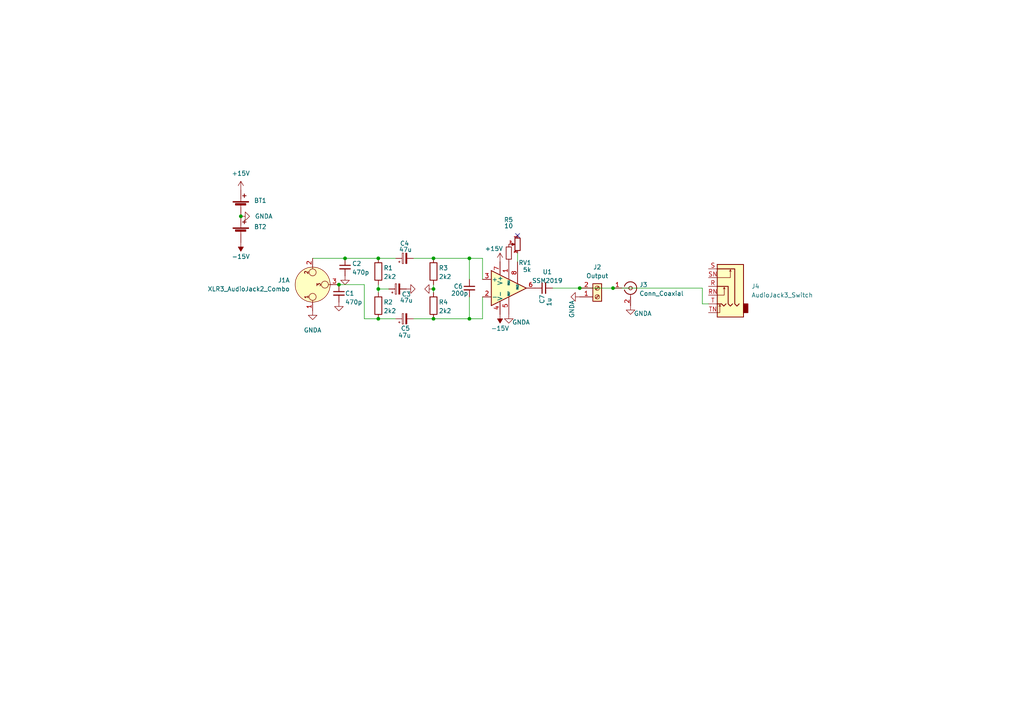
<source format=kicad_sch>
(kicad_sch (version 20211123) (generator eeschema)
  (paper "A4")
  (lib_symbols
    (symbol "Amplifier_Audio:SSM2017P" (pin_names (offset 0.127))
      (property "Reference" "U" (at 7.62 5.08 0))
      (property "Value" "SSM2017P" (at 7.62 2.54 0))
      (symbol "SSM2017P_0_1"
        (polyline (pts (xy -5.08 5.08) (xy 5.08 0) (xy -5.08 -5.08) (xy -5.08 5.08)) (stroke (width 0.254)) (fill (type background)))
      )
      (symbol "SSM2017P_1_1"
        (pin input line (at 0 7.62 270) (length 5.08) (name "RG1") (number "1"))
        (pin input line (at -7.62 -2.54 0) (length 2.54) (name "-") (number "2"))
        (pin input line (at -7.62 2.54 0) (length 2.54) (name "+") (number "3"))
        (pin power_in line (at -2.54 -7.62 90) (length 3.81) (name "V-") (number "4"))
        (pin input line (at 0 -7.62 90) (length 5.08) (name "REF") (number "5"))
        (pin output line (at 7.62 0 180) (length 2.54) (name "~") (number "6"))
        (pin power_in line (at -2.54 7.62 270) (length 3.81) (name "V+") (number "7"))
        (pin input line (at 2.54 7.62 270) (length 6.35) (name "RG2") (number "8"))
      )
    )
    (symbol "Connector:AudioJack3_Switch"
      (property "Reference" "J" (at 0 11.43 0))
      (property "Value" "AudioJack3_Switch" (at 0 8.89 0))
      (symbol "AudioJack3_Switch_0_1"
        (rectangle (start -5.08 -5.08) (end -6.35 -7.62) (stroke (width 0.254)) (fill (type outline)))
        (polyline (pts (xy -1.27 4.826) (xy -1.016 4.318)))
        (polyline (pts (xy 0.508 -0.254) (xy 0.762 -0.762)))
        (polyline (pts (xy 1.778 -5.334) (xy 2.032 -5.842)))
        (polyline (pts (xy 0 -5.08) (xy 0.635 -5.715) (xy 1.27 -5.08) (xy 2.54 -5.08)) (stroke (width 0.254)))
        (polyline (pts (xy 2.54 -7.62) (xy 1.778 -7.62) (xy 1.778 -5.334) (xy 1.524 -5.842)))
        (polyline (pts (xy 2.54 -2.54) (xy 0.508 -2.54) (xy 0.508 -0.254) (xy 0.254 -0.762)))
        (polyline (pts (xy 2.54 2.54) (xy -1.27 2.54) (xy -1.27 4.826) (xy -1.524 4.318)))
        (polyline (pts (xy -1.905 -5.08) (xy -1.27 -5.715) (xy -0.635 -5.08) (xy -0.635 0) (xy 2.54 0)) (stroke (width 0.254)))
        (polyline (pts (xy 2.54 5.08) (xy -2.54 5.08) (xy -2.54 -5.08) (xy -3.175 -5.715) (xy -3.81 -5.08)) (stroke (width 0.254)))
        (rectangle (start 2.54 6.35) (end -5.08 -8.89) (stroke (width 0.254)) (fill (type background)))
      )
      (symbol "AudioJack3_Switch_1_1"
        (pin passive line (at 5.08 0 180) (length 2.54) (name "~") (number "R"))
        (pin passive line (at 5.08 -2.54 180) (length 2.54) (name "~") (number "RN"))
        (pin passive line (at 5.08 5.08 180) (length 2.54) (name "~") (number "S"))
        (pin passive line (at 5.08 2.54 180) (length 2.54) (name "~") (number "SN"))
        (pin passive line (at 5.08 -5.08 180) (length 2.54) (name "~") (number "T"))
        (pin passive line (at 5.08 -7.62 180) (length 2.54) (name "~") (number "TN"))
      )
    )
    (symbol "Connector:Conn_Coaxial" (pin_names (offset 1.016) hide)
      (property "Reference" "J" (at 0.254 3.048 0))
      (property "Value" "Conn_Coaxial" (at 2.921 0 90))
      (symbol "Conn_Coaxial_0_1"
        (arc (start -1.778 -0.508) (mid 0.2311 -1.8066) (end 1.778 0) (stroke (width 0.254)))
        (polyline (pts (xy -2.54 0) (xy -0.508 0)))
        (polyline (pts (xy 0 -2.54) (xy 0 -1.778)))
        (circle (center 0 0) (radius 0.508) (stroke (width 0.2032)))
        (arc (start 1.778 0) (mid 0.2099 1.8101) (end -1.778 0.508) (stroke (width 0.254)))
      )
      (symbol "Conn_Coaxial_1_1"
        (pin passive line (at -5.08 0 0) (length 2.54) (name "In") (number "1"))
        (pin passive line (at 0 -5.08 90) (length 2.54) (name "Ext") (number "2"))
      )
    )
    (symbol "Connector:Screw_Terminal_01x02" (pin_names (offset 1.016) hide)
      (property "Reference" "J" (at 0 2.54 0))
      (property "Value" "Screw_Terminal_01x02" (at 0 -5.08 0))
      (symbol "Screw_Terminal_01x02_1_1"
        (rectangle (start -1.27 1.27) (end 1.27 -3.81) (stroke (width 0.254)) (fill (type background)))
        (circle (center 0 -2.54) (radius 0.635) (stroke (width 0.1524)))
        (polyline (pts (xy -0.5334 -2.2098) (xy 0.3302 -3.048)) (stroke (width 0.1524)))
        (polyline (pts (xy -0.5334 0.3302) (xy 0.3302 -0.508)) (stroke (width 0.1524)))
        (polyline (pts (xy -0.3556 -2.032) (xy 0.508 -2.8702)) (stroke (width 0.1524)))
        (polyline (pts (xy -0.3556 0.508) (xy 0.508 -0.3302)) (stroke (width 0.1524)))
        (circle (center 0 0) (radius 0.635) (stroke (width 0.1524)))
        (pin passive line (at -5.08 0 0) (length 3.81) (name "Pin_1") (number "1"))
        (pin passive line (at -5.08 -2.54 0) (length 3.81) (name "Pin_2") (number "2"))
      )
    )
    (symbol "Connector:XLR3_AudioJack2_Combo" (pin_names hide)
      (property "Reference" "J" (at 0 10.16 0))
      (property "Value" "XLR3_AudioJack2_Combo" (at 0 7.62 0))
      (symbol "XLR3_AudioJack2_Combo_1_1"
        (circle (center -3.556 0) (radius 1.016))
        (circle (center 0 -3.556) (radius 1.016))
        (polyline (pts (xy -5.08 0) (xy -4.572 0)))
        (polyline (pts (xy 0 -5.08) (xy 0 -4.572)))
        (polyline (pts (xy 5.08 0) (xy 4.572 0)))
        (circle (center 0 0) (radius 5.08) (fill (type background)))
        (circle (center 3.556 0) (radius 1.016))
        (text "1" (at -3.556 1.778 0) (effects (font (size 1.016 1.016) bold)))
        (text "2" (at 3.556 1.778 0) (effects (font (size 1.016 1.016) bold)))
        (text "3" (at 0 -1.778 0) (effects (font (size 1.016 1.016) bold)))
        (pin passive line (at -7.62 0 0) (length 2.54) (name "~") (number "1"))
        (pin passive line (at 7.62 0 180) (length 2.54) (name "~") (number "2"))
        (pin passive line (at 0 -7.62 90) (length 2.54) (name "~") (number "3"))
      )
      (symbol "XLR3_AudioJack2_Combo_2_1"
        (rectangle (start -2.54 0) (end -3.81 -2.54) (stroke (width 0.254)) (fill (type outline)))
        (polyline (pts (xy 0 0) (xy 0.635 -0.635) (xy 1.27 0) (xy 2.54 0)) (stroke (width 0.254)))
        (polyline (pts (xy 2.54 2.54) (xy -0.635 2.54) (xy -0.635 0) (xy -1.27 -0.635) (xy -1.905 0)) (stroke (width 0.254)))
        (rectangle (start 2.54 3.81) (end -2.54 -2.54) (stroke (width 0.254)) (fill (type background)))
        (pin passive line (at 5.08 2.54 180) (length 2.54) (name "~") (number "S"))
        (pin passive line (at 5.08 0 180) (length 2.54) (name "~") (number "T"))
      )
    )
    (symbol "Device:Battery_Cell" (pin_numbers hide) (pin_names (offset 0) hide)
      (property "Reference" "BT" (at 2.54 2.54 0))
      (property "Value" "Battery_Cell" (at 2.54 0 0))
      (symbol "Battery_Cell_0_1"
        (rectangle (start -2.286 1.778) (end 2.286 1.524) (fill (type outline)))
        (rectangle (start -1.5748 1.1938) (end 1.4732 0.6858) (fill (type outline)))
        (polyline (pts (xy 0 0.762) (xy 0 0)))
        (polyline (pts (xy 0 1.778) (xy 0 2.54)))
        (polyline (pts (xy 0.508 3.429) (xy 1.524 3.429)) (stroke (width 0.254)))
        (polyline (pts (xy 1.016 3.937) (xy 1.016 2.921)) (stroke (width 0.254)))
      )
      (symbol "Battery_Cell_1_1"
        (pin passive line (at 0 5.08 270) (length 2.54) (name "+") (number "1"))
        (pin passive line (at 0 -2.54 90) (length 2.54) (name "-") (number "2"))
      )
    )
    (symbol "Device:C_Polarized_Small" (pin_numbers hide) (pin_names (offset 0.254) hide)
      (property "Reference" "C" (at 0.254 1.778 0))
      (property "Value" "C_Polarized_Small" (at 0.254 -2.032 0))
      (symbol "C_Polarized_Small_0_1"
        (rectangle (start -1.524 -0.3048) (end 1.524 -0.6858) (fill (type outline)))
        (rectangle (start -1.524 0.6858) (end 1.524 0.3048))
        (polyline (pts (xy -1.27 1.524) (xy -0.762 1.524)))
        (polyline (pts (xy -1.016 1.27) (xy -1.016 1.778)))
      )
      (symbol "C_Polarized_Small_1_1"
        (pin passive line (at 0 2.54 270) (length 1.8542) (name "~") (number "1"))
        (pin passive line (at 0 -2.54 90) (length 1.8542) (name "~") (number "2"))
      )
    )
    (symbol "Device:C_Small" (pin_numbers hide) (pin_names (offset 0.254) hide)
      (property "Reference" "C" (at 0.254 1.778 0))
      (property "Value" "C_Small" (at 0.254 -2.032 0))
      (symbol "C_Small_0_1"
        (polyline (pts (xy -1.524 -0.508) (xy 1.524 -0.508)) (stroke (width 0.3302)))
        (polyline (pts (xy -1.524 0.508) (xy 1.524 0.508)) (stroke (width 0.3048)))
      )
      (symbol "C_Small_1_1"
        (pin passive line (at 0 2.54 270) (length 2.032) (name "~") (number "1"))
        (pin passive line (at 0 -2.54 90) (length 2.032) (name "~") (number "2"))
      )
    )
    (symbol "Device:R" (pin_numbers hide) (pin_names (offset 0))
      (property "Reference" "R" (at 2.032 0 90))
      (property "Value" "R" (at 0 0 90))
      (symbol "R_0_1"
        (rectangle (start -1.016 -2.54) (end 1.016 2.54) (stroke (width 0.254)))
      )
      (symbol "R_1_1"
        (pin passive line (at 0 3.81 270) (length 1.27) (name "~") (number "1"))
        (pin passive line (at 0 -3.81 90) (length 1.27) (name "~") (number "2"))
      )
    )
    (symbol "Device:R_Potentiometer_Small" (pin_names (offset 1.016) hide)
      (property "Reference" "RV" (at -4.445 0 90))
      (property "Value" "R_Potentiometer_Small" (at -2.54 0 90))
      (symbol "R_Potentiometer_Small_0_1"
        (polyline (pts (xy 0.889 0) (xy 0.635 0) (xy 1.651 0.381) (xy 1.651 -0.381) (xy 0.635 0) (xy 0.889 0)) (fill (type outline)))
        (rectangle (start 0.762 1.8034) (end -0.762 -1.8034) (stroke (width 0.254)))
      )
      (symbol "R_Potentiometer_Small_1_1"
        (pin passive line (at 0 2.54 270) (length 0.635) (name "1") (number "1"))
        (pin passive line (at 2.54 0 180) (length 0.9906) (name "2") (number "2"))
        (pin passive line (at 0 -2.54 90) (length 0.635) (name "3") (number "3"))
      )
    )
    (symbol "Device:R_Small" (pin_numbers hide) (pin_names (offset 0.254) hide)
      (property "Reference" "R" (at 0.762 0.508 0))
      (property "Value" "R_Small" (at 0.762 -1.016 0))
      (symbol "R_Small_0_1"
        (rectangle (start -0.762 1.778) (end 0.762 -1.778) (stroke (width 0.2032)))
      )
      (symbol "R_Small_1_1"
        (pin passive line (at 0 2.54 270) (length 0.762) (name "~") (number "1"))
        (pin passive line (at 0 -2.54 90) (length 0.762) (name "~") (number "2"))
      )
    )
    (symbol "power:+15V" (power) (pin_names (offset 0))
      (property "Value" "+15V" (at 0 3.556 0))
      (symbol "+15V_0_1"
        (polyline (pts (xy -0.762 1.27) (xy 0 2.54)))
        (polyline (pts (xy 0 0) (xy 0 2.54)))
        (polyline (pts (xy 0 2.54) (xy 0.762 1.27)))
      )
      (symbol "+15V_1_1"
        (pin power_in line (at 0 0 90) (length 0) hide (name "+15V") (number "1"))
      )
    )
    (symbol "power:-15V" (power) (pin_names (offset 0))
      (property "Value" "-15V" (at 0 3.81 0))
      (symbol "-15V_0_0"
        (pin power_in line (at 0 0 90) (length 0) hide (name "-15V") (number "1"))
      )
      (symbol "-15V_0_1"
        (polyline (pts (xy 0 0) (xy 0 1.27) (xy 0.762 1.27) (xy 0 2.54) (xy -0.762 1.27) (xy 0 1.27)) (fill (type outline)))
      )
    )
    (symbol "power:GNDA" (power) (pin_names (offset 0))
      (property "Value" "GNDA" (at 0 -3.81 0))
      (symbol "GNDA_0_1"
        (polyline (pts (xy 0 0) (xy 0 -1.27) (xy 1.27 -1.27) (xy 0 -2.54) (xy -1.27 -1.27) (xy 0 -1.27)))
      )
      (symbol "GNDA_1_1"
        (pin power_in line (at 0 0 270) (length 0) hide (name "GNDA") (number "1"))
      )
    )
  )
  (junction (at 109.728 74.93))
  (junction (at 177.8 83.566))
  (junction (at 136.144 92.456))
  (junction (at 125.73 92.456))
  (junction (at 109.728 83.82))
  (junction (at 100.076 74.93))
  (junction (at 125.73 74.93))
  (junction (at 69.85 62.738))
  (junction (at 98.298 82.55))
  (junction (at 109.728 92.456))
  (junction (at 136.144 74.93))
  (junction (at 168.148 83.566))
  (junction (at 125.73 83.82))
  (no_connect (at 150.114 68.326))
  (wire (pts (xy 109.728 82.55) (xy 109.728 83.82)))
  (wire (pts (xy 160.274 83.566) (xy 168.148 83.566)))
  (wire (pts (xy 168.148 83.566) (xy 177.8 83.566)))
  (wire (pts (xy 136.144 74.93) (xy 139.954 74.93)))
  (wire (pts (xy 100.076 74.93) (xy 90.678 74.93)))
  (wire (pts (xy 203.708 88.138) (xy 205.486 88.138)))
  (wire (pts (xy 109.728 74.93) (xy 114.808 74.93)))
  (wire (pts (xy 139.954 92.456) (xy 139.954 86.106)))
  (wire (pts (xy 150.114 73.406) (xy 150.114 75.946)))
  (wire (pts (xy 105.664 82.55) (xy 98.298 82.55)))
  (wire (pts (xy 125.73 92.456) (xy 136.144 92.456)))
  (wire (pts (xy 105.664 92.456) (xy 105.664 82.55)))
  (wire (pts (xy 125.73 83.82) (xy 125.73 84.836)))
  (wire (pts (xy 109.728 74.93) (xy 100.076 74.93)))
  (wire (pts (xy 119.888 92.456) (xy 125.73 92.456)))
  (wire (pts (xy 119.888 74.93) (xy 125.73 74.93)))
  (wire (pts (xy 136.144 92.456) (xy 139.954 92.456)))
  (wire (pts (xy 136.144 74.93) (xy 136.144 81.026)))
  (wire (pts (xy 203.708 83.566) (xy 203.708 88.138)))
  (wire (pts (xy 136.144 86.106) (xy 136.144 92.456)))
  (wire (pts (xy 109.728 83.82) (xy 109.728 84.836)))
  (wire (pts (xy 109.728 92.456) (xy 105.664 92.456)))
  (wire (pts (xy 109.728 92.456) (xy 114.808 92.456)))
  (wire (pts (xy 109.728 83.82) (xy 112.776 83.82)))
  (wire (pts (xy 125.73 82.55) (xy 125.73 83.82)))
  (wire (pts (xy 177.8 83.566) (xy 203.708 83.566)))
  (wire (pts (xy 139.954 74.93) (xy 139.954 81.026)))
  (wire (pts (xy 125.73 74.93) (xy 136.144 74.93)))
  (symbol (lib_id "Device:C_Small") (at 98.298 85.09 0) (unit 1)
    (property "Reference" "C1" (at 100.076 85.09 0) (effects (justify left)))
    (property "Value" "470p" (at 100.076 87.63 0) (effects (justify left)))
    (property "Footprint" "Capacitor_THT:C_Disc_D3.0mm_W1.6mm_P2.50mm" (effects hide))
  )
  (symbol (lib_id "power:GNDA") (at 69.85 62.738 90) (unit 1)
    (property "Reference" "#PWR0111" (effects hide))
    (property "Value" "GNDA" (at 73.914 62.7379 90) (effects (justify right)))
  )
  (symbol (lib_id "power:GNDA") (at 147.574 91.186 0) (unit 1)
    (property "Reference" "#PWR0103" (effects hide))
    (property "Value" "GNDA" (at 151.13 93.472 0))
  )
  (symbol (lib_id "Connector:Screw_Terminal_01x02") (at 173.228 86.106 0) (mirror x) (unit 1)
    (property "Reference" "J2" (at 173.228 77.47 0))
    (property "Value" "Output" (at 173.228 80.01 0))
    (property "Footprint" "TerminalBlock_RND:TerminalBlock_RND_205-00045_1x02_P5.00mm_Horizontal" (effects hide))
  )
  (symbol (lib_id "Connector:AudioJack3_Switch") (at 210.566 83.058 0) (mirror y) (unit 1)
    (property "Reference" "J4" (at 217.932 83.0579 0) (effects (justify right)))
    (property "Value" "AudioJack3_Switch" (at 217.932 85.5979 0) (effects (justify right)))
    (property "Footprint" "Connector_Audio:Jack_6.35mm_Neutrik_NMJ6HFD2-AU_Horizontal" (effects hide))
  )
  (symbol (lib_id "Device:R") (at 125.73 88.646 0) (unit 1)
    (property "Reference" "R4" (at 127.254 87.63 0) (effects (justify left)))
    (property "Value" "2k2" (at 127.254 90.17 0) (effects (justify left)))
    (property "Footprint" "Resistor_THT:R_Axial_DIN0207_L6.3mm_D2.5mm_P7.62mm_Horizontal" (effects hide))
  )
  (symbol (lib_id "power:-15V") (at 69.85 70.358 180) (unit 1)
    (property "Reference" "#PWR0112" (effects hide))
    (property "Value" "-15V" (at 69.85 74.422 0))
  )
  (symbol (lib_id "Device:C_Small") (at 100.076 77.47 0) (unit 1)
    (property "Reference" "C2" (at 102.108 76.454 0) (effects (justify left)))
    (property "Value" "470p" (at 102.108 78.994 0) (effects (justify left)))
    (property "Footprint" "Capacitor_THT:C_Disc_D3.0mm_W1.6mm_P2.50mm" (effects hide))
  )
  (symbol (lib_id "Device:Battery_Cell") (at 69.85 60.198 0) (unit 1)
    (property "Reference" "BT1" (at 73.66 58.1659 0) (effects (justify left)))
    (property "Value" "Battery_Cell" (effects hide))
    (property "Footprint" "Connector_BarrelJack:BarrelJack_GCT_DCJ200-10-A_Horizontal" (effects hide))
  )
  (symbol (lib_id "Device:R_Potentiometer_Small") (at 150.114 70.866 0) (mirror y) (unit 1)
    (property "Reference" "RV1" (at 150.368 76.2 0) (effects (justify right)))
    (property "Value" "5k" (at 151.638 78.232 0) (effects (justify right)))
    (property "Footprint" "Potentiometer_THT:Potentiometer_Alps_RK163_Single_Horizontal" (effects hide))
  )
  (symbol (lib_id "power:GNDA") (at 182.88 88.646 0) (unit 1)
    (property "Reference" "#PWR0113" (effects hide))
    (property "Value" "GNDA" (at 186.436 90.932 0))
  )
  (symbol (lib_id "Connector:Conn_Coaxial") (at 182.88 83.566 0) (unit 1)
    (property "Reference" "J3" (at 185.42 82.5891 0) (effects (justify left)))
    (property "Value" "Conn_Coaxial" (at 185.42 85.1291 0) (effects (justify left)))
    (property "Datasheet" " ~" (effects hide))
  )
  (symbol (lib_id "power:+15V") (at 69.85 55.118 0) (unit 1)
    (property "Reference" "#PWR0110" (effects hide))
    (property "Value" "+15V" (at 69.85 50.292 0))
  )
  (symbol (lib_id "power:GNDA") (at 117.856 83.82 90) (unit 1)
    (property "Reference" "#PWR0105" (effects hide))
    (property "Value" "GNDA" (effects hide))
  )
  (symbol (lib_id "Device:R") (at 109.728 88.646 0) (unit 1)
    (property "Reference" "R2" (at 111.252 87.63 0) (effects (justify left)))
    (property "Value" "2k2" (at 111.252 90.17 0) (effects (justify left)))
    (property "Footprint" "Resistor_THT:R_Axial_DIN0207_L6.3mm_D2.5mm_P7.62mm_Horizontal" (effects hide))
  )
  (symbol (lib_id "Amplifier_Audio:SSM2017P") (at 147.574 83.566 0) (unit 1)
    (property "Reference" "U1" (at 158.75 78.867 0))
    (property "Value" "SSM2019" (at 158.75 81.407 0))
    (property "Footprint" "Package_DIP:DIP-8_W7.62mm_LongPads" (effects hide))
    (property "Datasheet" "https://www.mouser.ch/datasheet/2/609/SSM2019-3131580.pdf" (effects hide))
  )
  (symbol (lib_id "power:GNDA") (at 90.678 90.17 0) (unit 1)
    (property "Reference" "#PWR0108" (effects hide))
    (property "Value" "GNDA" (at 90.678 95.758 0))
  )
  (symbol (lib_id "Device:R") (at 109.728 78.74 0) (unit 1)
    (property "Reference" "R1" (at 111.252 77.724 0) (effects (justify left)))
    (property "Value" "2k2" (at 111.252 80.264 0) (effects (justify left)))
    (property "Footprint" "Resistor_THT:R_Axial_DIN0207_L6.3mm_D2.5mm_P7.62mm_Horizontal" (effects hide))
  )
  (symbol (lib_id "Device:C_Small") (at 136.144 83.566 0) (unit 1)
    (property "Reference" "C6" (at 131.572 83.058 0) (effects (justify left)))
    (property "Value" "200p" (at 130.81 85.09 0) (effects (justify left)))
    (property "Footprint" "Capacitor_THT:C_Disc_D3.0mm_W1.6mm_P2.50mm" (effects hide))
  )
  (symbol (lib_id "power:GNDA") (at 168.148 86.106 270) (unit 1)
    (property "Reference" "#PWR0106" (effects hide))
    (property "Value" "GNDA" (at 165.862 89.662 0))
  )
  (symbol (lib_id "power:GNDA") (at 125.73 83.82 270) (unit 1)
    (property "Reference" "#PWR0104" (effects hide))
    (property "Value" "GNDA" (effects hide))
  )
  (symbol (lib_id "power:GNDA") (at 100.076 80.01 0) (unit 1)
    (property "Reference" "#PWR0107" (effects hide))
    (property "Value" "GNDA" (effects hide))
  )
  (symbol (lib_id "Device:C_Small") (at 157.734 83.566 90) (unit 1)
    (property "Reference" "C7" (at 157.226 88.138 0) (effects (justify left)))
    (property "Value" "1u" (at 159.258 88.9 0) (effects (justify left)))
    (property "Footprint" "Capacitor_THT:C_Rect_L7.0mm_W2.5mm_P5.00mm" (effects hide))
  )
  (symbol (lib_id "Device:Battery_Cell") (at 69.85 67.818 0) (unit 1)
    (property "Reference" "BT2" (at 73.66 65.7859 0) (effects (justify left)))
    (property "Value" "Battery_Cell" (effects hide))
    (property "Footprint" "Connector_BarrelJack:BarrelJack_GCT_DCJ200-10-A_Horizontal" (effects hide))
  )
  (symbol (lib_id "power:-15V") (at 145.034 91.186 180) (unit 1)
    (property "Reference" "#PWR0101" (effects hide))
    (property "Value" "-15V" (at 145.034 95.25 0))
  )
  (symbol (lib_id "Device:R_Small") (at 147.574 73.406 0) (mirror y) (unit 1)
    (property "Reference" "R5" (at 148.844 63.754 0) (effects (justify left)))
    (property "Value" "10" (at 148.844 65.532 0) (effects (justify left)))
    (property "Footprint" "Resistor_THT:R_Axial_DIN0207_L6.3mm_D2.5mm_P7.62mm_Horizontal" (effects hide))
  )
  (symbol (lib_id "Device:C_Polarized_Small") (at 117.348 92.456 90) (unit 1)
    (property "Reference" "C5" (at 117.602 95.25 90))
    (property "Value" "47u" (at 117.348 97.282 90))
    (property "Footprint" "Capacitor_THT:CP_Radial_D6.3mm_P2.50mm" (effects hide))
  )
  (symbol (lib_id "Device:C_Polarized_Small") (at 115.316 83.82 90) (unit 1)
    (property "Reference" "C3" (at 117.856 85.344 90))
    (property "Value" "47u" (at 117.856 87.122 90))
    (property "Footprint" "Capacitor_THT:CP_Radial_D6.3mm_P2.50mm" (effects hide))
  )
  (symbol (lib_id "Device:R") (at 125.73 78.74 0) (unit 1)
    (property "Reference" "R3" (at 127.254 77.724 0) (effects (justify left)))
    (property "Value" "2k2" (at 127.254 80.264 0) (effects (justify left)))
    (property "Footprint" "Resistor_THT:R_Axial_DIN0207_L6.3mm_D2.5mm_P7.62mm_Horizontal" (effects hide))
  )
  (symbol (lib_id "Connector:XLR3_AudioJack2_Combo") (at 90.678 82.55 90) (unit 1)
    (property "Reference" "J1" (at 84.074 81.2799 90) (effects (justify left)))
    (property "Value" "XLR3_AudioJack2_Combo" (at 84.074 83.8199 90) (effects (justify left)))
    (property "Footprint" "Connector_Audio:Jack_XLR_Neutrik_NC3FAAH2_Horizontal" (effects hide))
    (property "Datasheet" " ~" (effects hide))
  )
  (symbol (lib_id "power:GNDA") (at 98.298 87.63 0) (unit 1)
    (property "Reference" "#PWR0109" (effects hide))
    (property "Value" "GNDA" (effects hide))
  )
  (symbol (lib_id "power:+15V") (at 145.034 75.946 0) (unit 1)
    (property "Reference" "#PWR0102" (effects hide))
    (property "Value" "+15V" (at 143.256 72.136 0))
  )
  (symbol (lib_id "Device:C_Polarized_Small") (at 117.348 74.93 90) (unit 1)
    (property "Reference" "C4" (at 117.348 70.612 90))
    (property "Value" "47u" (at 117.602 72.39 90))
    (property "Footprint" "Capacitor_THT:CP_Radial_D6.3mm_P2.50mm" (effects hide))
  )
)
</source>
